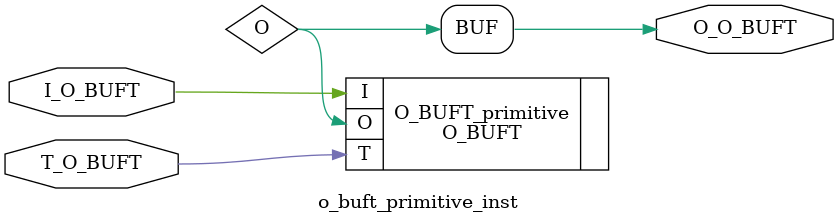
<source format=v>
module o_buft_primitive_inst (
  input I_O_BUFT, // Data input
  input T_O_BUFT, // Tri-state output
  output O_O_BUFT // Data output (connect to top-level port)
);

  wire I;
  wire T;
  wire O;

  O_BUFT O_BUFT_primitive (
    .I(I_O_BUFT), // Connect to your input signal
    .T(T_O_BUFT), // Connect to your tri-state signal
    .O(O)         // Connect to your output signal
  );

  // Connect your output signal to the instance's output
  assign O_O_BUFT = O;

endmodule

</source>
